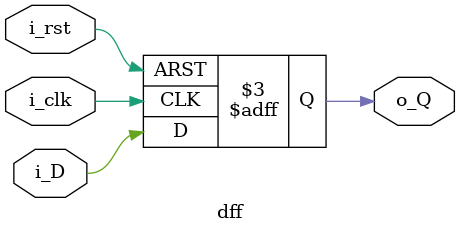
<source format=v>
module dff(
	input i_clk, i_rst, i_D,
	output reg o_Q);

always @(posedge i_clk, negedge i_rst)
begin
	if(!i_rst) o_Q<=0;
	else o_Q<=i_D;
end
endmodule

</source>
